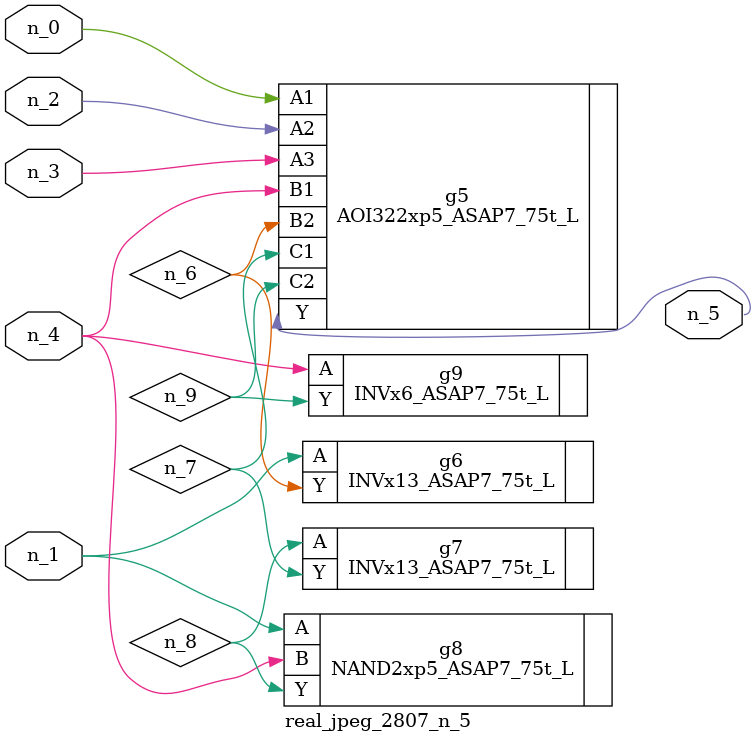
<source format=v>
module real_jpeg_2807_n_5 (n_4, n_0, n_1, n_2, n_3, n_5);

input n_4;
input n_0;
input n_1;
input n_2;
input n_3;

output n_5;

wire n_8;
wire n_6;
wire n_7;
wire n_9;

AOI322xp5_ASAP7_75t_L g5 ( 
.A1(n_0),
.A2(n_2),
.A3(n_3),
.B1(n_4),
.B2(n_6),
.C1(n_7),
.C2(n_9),
.Y(n_5)
);

INVx13_ASAP7_75t_L g6 ( 
.A(n_1),
.Y(n_6)
);

NAND2xp5_ASAP7_75t_L g8 ( 
.A(n_1),
.B(n_4),
.Y(n_8)
);

INVx6_ASAP7_75t_L g9 ( 
.A(n_4),
.Y(n_9)
);

INVx13_ASAP7_75t_L g7 ( 
.A(n_8),
.Y(n_7)
);


endmodule
</source>
